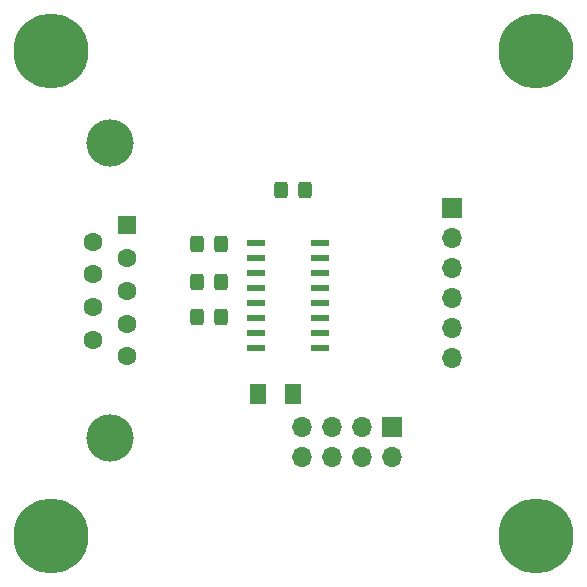
<source format=gbr>
G04 #@! TF.GenerationSoftware,KiCad,Pcbnew,(6.0.1)*
G04 #@! TF.CreationDate,2022-08-01T16:47:36-04:00*
G04 #@! TF.ProjectId,RS232_TTL_Male,52533233-325f-4545-944c-5f4d616c652e,1*
G04 #@! TF.SameCoordinates,Original*
G04 #@! TF.FileFunction,Soldermask,Top*
G04 #@! TF.FilePolarity,Negative*
%FSLAX46Y46*%
G04 Gerber Fmt 4.6, Leading zero omitted, Abs format (unit mm)*
G04 Created by KiCad (PCBNEW (6.0.1)) date 2022-08-01 16:47:36*
%MOMM*%
%LPD*%
G01*
G04 APERTURE LIST*
G04 Aperture macros list*
%AMRoundRect*
0 Rectangle with rounded corners*
0 $1 Rounding radius*
0 $2 $3 $4 $5 $6 $7 $8 $9 X,Y pos of 4 corners*
0 Add a 4 corners polygon primitive as box body*
4,1,4,$2,$3,$4,$5,$6,$7,$8,$9,$2,$3,0*
0 Add four circle primitives for the rounded corners*
1,1,$1+$1,$2,$3*
1,1,$1+$1,$4,$5*
1,1,$1+$1,$6,$7*
1,1,$1+$1,$8,$9*
0 Add four rect primitives between the rounded corners*
20,1,$1+$1,$2,$3,$4,$5,0*
20,1,$1+$1,$4,$5,$6,$7,0*
20,1,$1+$1,$6,$7,$8,$9,0*
20,1,$1+$1,$8,$9,$2,$3,0*%
G04 Aperture macros list end*
%ADD10RoundRect,0.250000X0.325000X0.450000X-0.325000X0.450000X-0.325000X-0.450000X0.325000X-0.450000X0*%
%ADD11RoundRect,0.250000X-0.325000X-0.450000X0.325000X-0.450000X0.325000X0.450000X-0.325000X0.450000X0*%
%ADD12R,1.600000X1.600000*%
%ADD13C,1.600000*%
%ADD14C,4.000000*%
%ADD15R,1.500000X0.600000*%
%ADD16R,1.700000X1.700000*%
%ADD17O,1.700000X1.700000*%
%ADD18C,6.350000*%
%ADD19RoundRect,0.250001X0.462499X0.624999X-0.462499X0.624999X-0.462499X-0.624999X0.462499X-0.624999X0*%
G04 APERTURE END LIST*
D10*
X164347000Y-83312000D03*
X162297000Y-83312000D03*
X162297000Y-86500000D03*
X164347000Y-86500000D03*
X171459000Y-78740000D03*
X169409000Y-78740000D03*
D11*
X164347000Y-89500000D03*
X162297000Y-89500000D03*
D12*
X156363200Y-81744700D03*
D13*
X156363200Y-84514700D03*
X156363200Y-87284700D03*
X156363200Y-90054700D03*
X156363200Y-92824700D03*
X153523200Y-83129700D03*
X153523200Y-85899700D03*
X153523200Y-88669700D03*
X153523200Y-91439700D03*
D14*
X154943200Y-74784700D03*
X154943200Y-99784700D03*
D15*
X167328400Y-83230600D03*
X167328400Y-84500600D03*
X167328400Y-85770600D03*
X167328400Y-87040600D03*
X167328400Y-88310600D03*
X167328400Y-89580600D03*
X167328400Y-90850600D03*
X167328400Y-92120600D03*
X172728400Y-92120600D03*
X172728400Y-90850600D03*
X172728400Y-89580600D03*
X172728400Y-88310600D03*
X172728400Y-87040600D03*
X172728400Y-85770600D03*
X172728400Y-84500600D03*
X172728400Y-83230600D03*
D16*
X183896000Y-80264000D03*
D17*
X183896000Y-82804000D03*
X183896000Y-85344000D03*
X183896000Y-87884000D03*
X183896000Y-90424000D03*
X183896000Y-92964000D03*
D18*
X150000000Y-67000000D03*
X191000000Y-67000000D03*
X150000000Y-108000000D03*
X191000000Y-108000000D03*
D19*
X170487500Y-96000000D03*
X167512500Y-96000000D03*
D16*
X178816000Y-98806000D03*
D17*
X178816000Y-101346000D03*
X176276000Y-98806000D03*
X176276000Y-101346000D03*
X173736000Y-98806000D03*
X173736000Y-101346000D03*
X171196000Y-98806000D03*
X171196000Y-101346000D03*
M02*

</source>
